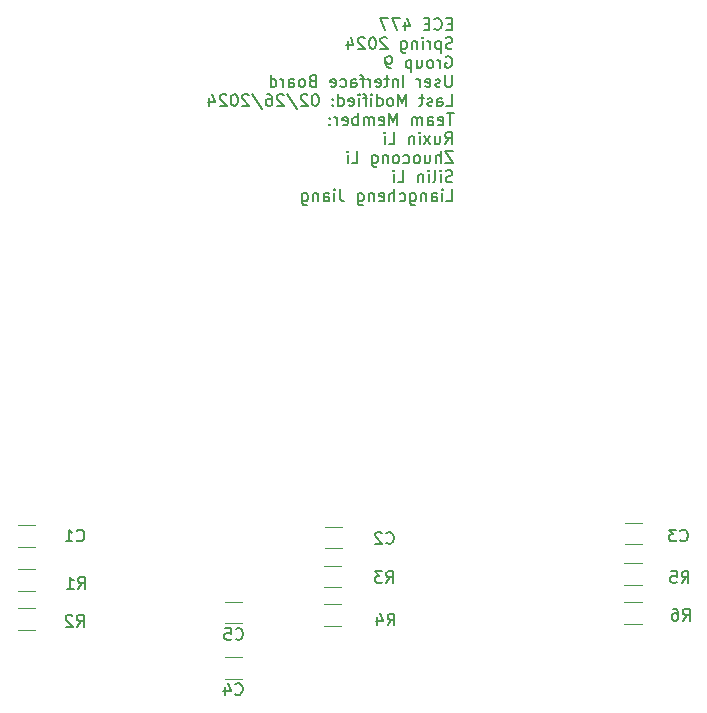
<source format=gbr>
%TF.GenerationSoftware,KiCad,Pcbnew,7.0.10*%
%TF.CreationDate,2024-03-07T18:04:43-07:00*%
%TF.ProjectId,User_Interface,55736572-5f49-46e7-9465-72666163652e,rev?*%
%TF.SameCoordinates,Original*%
%TF.FileFunction,Legend,Bot*%
%TF.FilePolarity,Positive*%
%FSLAX46Y46*%
G04 Gerber Fmt 4.6, Leading zero omitted, Abs format (unit mm)*
G04 Created by KiCad (PCBNEW 7.0.10) date 2024-03-07 18:04:43*
%MOMM*%
%LPD*%
G01*
G04 APERTURE LIST*
%ADD10C,0.150000*%
%ADD11C,0.120000*%
G04 APERTURE END LIST*
D10*
X156363220Y-84756009D02*
X156029887Y-84756009D01*
X155887030Y-85279819D02*
X156363220Y-85279819D01*
X156363220Y-85279819D02*
X156363220Y-84279819D01*
X156363220Y-84279819D02*
X155887030Y-84279819D01*
X154887030Y-85184580D02*
X154934649Y-85232200D01*
X154934649Y-85232200D02*
X155077506Y-85279819D01*
X155077506Y-85279819D02*
X155172744Y-85279819D01*
X155172744Y-85279819D02*
X155315601Y-85232200D01*
X155315601Y-85232200D02*
X155410839Y-85136961D01*
X155410839Y-85136961D02*
X155458458Y-85041723D01*
X155458458Y-85041723D02*
X155506077Y-84851247D01*
X155506077Y-84851247D02*
X155506077Y-84708390D01*
X155506077Y-84708390D02*
X155458458Y-84517914D01*
X155458458Y-84517914D02*
X155410839Y-84422676D01*
X155410839Y-84422676D02*
X155315601Y-84327438D01*
X155315601Y-84327438D02*
X155172744Y-84279819D01*
X155172744Y-84279819D02*
X155077506Y-84279819D01*
X155077506Y-84279819D02*
X154934649Y-84327438D01*
X154934649Y-84327438D02*
X154887030Y-84375057D01*
X154458458Y-84756009D02*
X154125125Y-84756009D01*
X153982268Y-85279819D02*
X154458458Y-85279819D01*
X154458458Y-85279819D02*
X154458458Y-84279819D01*
X154458458Y-84279819D02*
X153982268Y-84279819D01*
X152363220Y-84613152D02*
X152363220Y-85279819D01*
X152601315Y-84232200D02*
X152839410Y-84946485D01*
X152839410Y-84946485D02*
X152220363Y-84946485D01*
X151934648Y-84279819D02*
X151267982Y-84279819D01*
X151267982Y-84279819D02*
X151696553Y-85279819D01*
X150982267Y-84279819D02*
X150315601Y-84279819D01*
X150315601Y-84279819D02*
X150744172Y-85279819D01*
X156410839Y-86842200D02*
X156267982Y-86889819D01*
X156267982Y-86889819D02*
X156029887Y-86889819D01*
X156029887Y-86889819D02*
X155934649Y-86842200D01*
X155934649Y-86842200D02*
X155887030Y-86794580D01*
X155887030Y-86794580D02*
X155839411Y-86699342D01*
X155839411Y-86699342D02*
X155839411Y-86604104D01*
X155839411Y-86604104D02*
X155887030Y-86508866D01*
X155887030Y-86508866D02*
X155934649Y-86461247D01*
X155934649Y-86461247D02*
X156029887Y-86413628D01*
X156029887Y-86413628D02*
X156220363Y-86366009D01*
X156220363Y-86366009D02*
X156315601Y-86318390D01*
X156315601Y-86318390D02*
X156363220Y-86270771D01*
X156363220Y-86270771D02*
X156410839Y-86175533D01*
X156410839Y-86175533D02*
X156410839Y-86080295D01*
X156410839Y-86080295D02*
X156363220Y-85985057D01*
X156363220Y-85985057D02*
X156315601Y-85937438D01*
X156315601Y-85937438D02*
X156220363Y-85889819D01*
X156220363Y-85889819D02*
X155982268Y-85889819D01*
X155982268Y-85889819D02*
X155839411Y-85937438D01*
X155410839Y-86223152D02*
X155410839Y-87223152D01*
X155410839Y-86270771D02*
X155315601Y-86223152D01*
X155315601Y-86223152D02*
X155125125Y-86223152D01*
X155125125Y-86223152D02*
X155029887Y-86270771D01*
X155029887Y-86270771D02*
X154982268Y-86318390D01*
X154982268Y-86318390D02*
X154934649Y-86413628D01*
X154934649Y-86413628D02*
X154934649Y-86699342D01*
X154934649Y-86699342D02*
X154982268Y-86794580D01*
X154982268Y-86794580D02*
X155029887Y-86842200D01*
X155029887Y-86842200D02*
X155125125Y-86889819D01*
X155125125Y-86889819D02*
X155315601Y-86889819D01*
X155315601Y-86889819D02*
X155410839Y-86842200D01*
X154506077Y-86889819D02*
X154506077Y-86223152D01*
X154506077Y-86413628D02*
X154458458Y-86318390D01*
X154458458Y-86318390D02*
X154410839Y-86270771D01*
X154410839Y-86270771D02*
X154315601Y-86223152D01*
X154315601Y-86223152D02*
X154220363Y-86223152D01*
X153887029Y-86889819D02*
X153887029Y-86223152D01*
X153887029Y-85889819D02*
X153934648Y-85937438D01*
X153934648Y-85937438D02*
X153887029Y-85985057D01*
X153887029Y-85985057D02*
X153839410Y-85937438D01*
X153839410Y-85937438D02*
X153887029Y-85889819D01*
X153887029Y-85889819D02*
X153887029Y-85985057D01*
X153410839Y-86223152D02*
X153410839Y-86889819D01*
X153410839Y-86318390D02*
X153363220Y-86270771D01*
X153363220Y-86270771D02*
X153267982Y-86223152D01*
X153267982Y-86223152D02*
X153125125Y-86223152D01*
X153125125Y-86223152D02*
X153029887Y-86270771D01*
X153029887Y-86270771D02*
X152982268Y-86366009D01*
X152982268Y-86366009D02*
X152982268Y-86889819D01*
X152077506Y-86223152D02*
X152077506Y-87032676D01*
X152077506Y-87032676D02*
X152125125Y-87127914D01*
X152125125Y-87127914D02*
X152172744Y-87175533D01*
X152172744Y-87175533D02*
X152267982Y-87223152D01*
X152267982Y-87223152D02*
X152410839Y-87223152D01*
X152410839Y-87223152D02*
X152506077Y-87175533D01*
X152077506Y-86842200D02*
X152172744Y-86889819D01*
X152172744Y-86889819D02*
X152363220Y-86889819D01*
X152363220Y-86889819D02*
X152458458Y-86842200D01*
X152458458Y-86842200D02*
X152506077Y-86794580D01*
X152506077Y-86794580D02*
X152553696Y-86699342D01*
X152553696Y-86699342D02*
X152553696Y-86413628D01*
X152553696Y-86413628D02*
X152506077Y-86318390D01*
X152506077Y-86318390D02*
X152458458Y-86270771D01*
X152458458Y-86270771D02*
X152363220Y-86223152D01*
X152363220Y-86223152D02*
X152172744Y-86223152D01*
X152172744Y-86223152D02*
X152077506Y-86270771D01*
X150887029Y-85985057D02*
X150839410Y-85937438D01*
X150839410Y-85937438D02*
X150744172Y-85889819D01*
X150744172Y-85889819D02*
X150506077Y-85889819D01*
X150506077Y-85889819D02*
X150410839Y-85937438D01*
X150410839Y-85937438D02*
X150363220Y-85985057D01*
X150363220Y-85985057D02*
X150315601Y-86080295D01*
X150315601Y-86080295D02*
X150315601Y-86175533D01*
X150315601Y-86175533D02*
X150363220Y-86318390D01*
X150363220Y-86318390D02*
X150934648Y-86889819D01*
X150934648Y-86889819D02*
X150315601Y-86889819D01*
X149696553Y-85889819D02*
X149601315Y-85889819D01*
X149601315Y-85889819D02*
X149506077Y-85937438D01*
X149506077Y-85937438D02*
X149458458Y-85985057D01*
X149458458Y-85985057D02*
X149410839Y-86080295D01*
X149410839Y-86080295D02*
X149363220Y-86270771D01*
X149363220Y-86270771D02*
X149363220Y-86508866D01*
X149363220Y-86508866D02*
X149410839Y-86699342D01*
X149410839Y-86699342D02*
X149458458Y-86794580D01*
X149458458Y-86794580D02*
X149506077Y-86842200D01*
X149506077Y-86842200D02*
X149601315Y-86889819D01*
X149601315Y-86889819D02*
X149696553Y-86889819D01*
X149696553Y-86889819D02*
X149791791Y-86842200D01*
X149791791Y-86842200D02*
X149839410Y-86794580D01*
X149839410Y-86794580D02*
X149887029Y-86699342D01*
X149887029Y-86699342D02*
X149934648Y-86508866D01*
X149934648Y-86508866D02*
X149934648Y-86270771D01*
X149934648Y-86270771D02*
X149887029Y-86080295D01*
X149887029Y-86080295D02*
X149839410Y-85985057D01*
X149839410Y-85985057D02*
X149791791Y-85937438D01*
X149791791Y-85937438D02*
X149696553Y-85889819D01*
X148982267Y-85985057D02*
X148934648Y-85937438D01*
X148934648Y-85937438D02*
X148839410Y-85889819D01*
X148839410Y-85889819D02*
X148601315Y-85889819D01*
X148601315Y-85889819D02*
X148506077Y-85937438D01*
X148506077Y-85937438D02*
X148458458Y-85985057D01*
X148458458Y-85985057D02*
X148410839Y-86080295D01*
X148410839Y-86080295D02*
X148410839Y-86175533D01*
X148410839Y-86175533D02*
X148458458Y-86318390D01*
X148458458Y-86318390D02*
X149029886Y-86889819D01*
X149029886Y-86889819D02*
X148410839Y-86889819D01*
X147553696Y-86223152D02*
X147553696Y-86889819D01*
X147791791Y-85842200D02*
X148029886Y-86556485D01*
X148029886Y-86556485D02*
X147410839Y-86556485D01*
X155839411Y-87547438D02*
X155934649Y-87499819D01*
X155934649Y-87499819D02*
X156077506Y-87499819D01*
X156077506Y-87499819D02*
X156220363Y-87547438D01*
X156220363Y-87547438D02*
X156315601Y-87642676D01*
X156315601Y-87642676D02*
X156363220Y-87737914D01*
X156363220Y-87737914D02*
X156410839Y-87928390D01*
X156410839Y-87928390D02*
X156410839Y-88071247D01*
X156410839Y-88071247D02*
X156363220Y-88261723D01*
X156363220Y-88261723D02*
X156315601Y-88356961D01*
X156315601Y-88356961D02*
X156220363Y-88452200D01*
X156220363Y-88452200D02*
X156077506Y-88499819D01*
X156077506Y-88499819D02*
X155982268Y-88499819D01*
X155982268Y-88499819D02*
X155839411Y-88452200D01*
X155839411Y-88452200D02*
X155791792Y-88404580D01*
X155791792Y-88404580D02*
X155791792Y-88071247D01*
X155791792Y-88071247D02*
X155982268Y-88071247D01*
X155363220Y-88499819D02*
X155363220Y-87833152D01*
X155363220Y-88023628D02*
X155315601Y-87928390D01*
X155315601Y-87928390D02*
X155267982Y-87880771D01*
X155267982Y-87880771D02*
X155172744Y-87833152D01*
X155172744Y-87833152D02*
X155077506Y-87833152D01*
X154601315Y-88499819D02*
X154696553Y-88452200D01*
X154696553Y-88452200D02*
X154744172Y-88404580D01*
X154744172Y-88404580D02*
X154791791Y-88309342D01*
X154791791Y-88309342D02*
X154791791Y-88023628D01*
X154791791Y-88023628D02*
X154744172Y-87928390D01*
X154744172Y-87928390D02*
X154696553Y-87880771D01*
X154696553Y-87880771D02*
X154601315Y-87833152D01*
X154601315Y-87833152D02*
X154458458Y-87833152D01*
X154458458Y-87833152D02*
X154363220Y-87880771D01*
X154363220Y-87880771D02*
X154315601Y-87928390D01*
X154315601Y-87928390D02*
X154267982Y-88023628D01*
X154267982Y-88023628D02*
X154267982Y-88309342D01*
X154267982Y-88309342D02*
X154315601Y-88404580D01*
X154315601Y-88404580D02*
X154363220Y-88452200D01*
X154363220Y-88452200D02*
X154458458Y-88499819D01*
X154458458Y-88499819D02*
X154601315Y-88499819D01*
X153410839Y-87833152D02*
X153410839Y-88499819D01*
X153839410Y-87833152D02*
X153839410Y-88356961D01*
X153839410Y-88356961D02*
X153791791Y-88452200D01*
X153791791Y-88452200D02*
X153696553Y-88499819D01*
X153696553Y-88499819D02*
X153553696Y-88499819D01*
X153553696Y-88499819D02*
X153458458Y-88452200D01*
X153458458Y-88452200D02*
X153410839Y-88404580D01*
X152934648Y-87833152D02*
X152934648Y-88833152D01*
X152934648Y-87880771D02*
X152839410Y-87833152D01*
X152839410Y-87833152D02*
X152648934Y-87833152D01*
X152648934Y-87833152D02*
X152553696Y-87880771D01*
X152553696Y-87880771D02*
X152506077Y-87928390D01*
X152506077Y-87928390D02*
X152458458Y-88023628D01*
X152458458Y-88023628D02*
X152458458Y-88309342D01*
X152458458Y-88309342D02*
X152506077Y-88404580D01*
X152506077Y-88404580D02*
X152553696Y-88452200D01*
X152553696Y-88452200D02*
X152648934Y-88499819D01*
X152648934Y-88499819D02*
X152839410Y-88499819D01*
X152839410Y-88499819D02*
X152934648Y-88452200D01*
X151220362Y-88499819D02*
X151029886Y-88499819D01*
X151029886Y-88499819D02*
X150934648Y-88452200D01*
X150934648Y-88452200D02*
X150887029Y-88404580D01*
X150887029Y-88404580D02*
X150791791Y-88261723D01*
X150791791Y-88261723D02*
X150744172Y-88071247D01*
X150744172Y-88071247D02*
X150744172Y-87690295D01*
X150744172Y-87690295D02*
X150791791Y-87595057D01*
X150791791Y-87595057D02*
X150839410Y-87547438D01*
X150839410Y-87547438D02*
X150934648Y-87499819D01*
X150934648Y-87499819D02*
X151125124Y-87499819D01*
X151125124Y-87499819D02*
X151220362Y-87547438D01*
X151220362Y-87547438D02*
X151267981Y-87595057D01*
X151267981Y-87595057D02*
X151315600Y-87690295D01*
X151315600Y-87690295D02*
X151315600Y-87928390D01*
X151315600Y-87928390D02*
X151267981Y-88023628D01*
X151267981Y-88023628D02*
X151220362Y-88071247D01*
X151220362Y-88071247D02*
X151125124Y-88118866D01*
X151125124Y-88118866D02*
X150934648Y-88118866D01*
X150934648Y-88118866D02*
X150839410Y-88071247D01*
X150839410Y-88071247D02*
X150791791Y-88023628D01*
X150791791Y-88023628D02*
X150744172Y-87928390D01*
X156363220Y-89109819D02*
X156363220Y-89919342D01*
X156363220Y-89919342D02*
X156315601Y-90014580D01*
X156315601Y-90014580D02*
X156267982Y-90062200D01*
X156267982Y-90062200D02*
X156172744Y-90109819D01*
X156172744Y-90109819D02*
X155982268Y-90109819D01*
X155982268Y-90109819D02*
X155887030Y-90062200D01*
X155887030Y-90062200D02*
X155839411Y-90014580D01*
X155839411Y-90014580D02*
X155791792Y-89919342D01*
X155791792Y-89919342D02*
X155791792Y-89109819D01*
X155363220Y-90062200D02*
X155267982Y-90109819D01*
X155267982Y-90109819D02*
X155077506Y-90109819D01*
X155077506Y-90109819D02*
X154982268Y-90062200D01*
X154982268Y-90062200D02*
X154934649Y-89966961D01*
X154934649Y-89966961D02*
X154934649Y-89919342D01*
X154934649Y-89919342D02*
X154982268Y-89824104D01*
X154982268Y-89824104D02*
X155077506Y-89776485D01*
X155077506Y-89776485D02*
X155220363Y-89776485D01*
X155220363Y-89776485D02*
X155315601Y-89728866D01*
X155315601Y-89728866D02*
X155363220Y-89633628D01*
X155363220Y-89633628D02*
X155363220Y-89586009D01*
X155363220Y-89586009D02*
X155315601Y-89490771D01*
X155315601Y-89490771D02*
X155220363Y-89443152D01*
X155220363Y-89443152D02*
X155077506Y-89443152D01*
X155077506Y-89443152D02*
X154982268Y-89490771D01*
X154125125Y-90062200D02*
X154220363Y-90109819D01*
X154220363Y-90109819D02*
X154410839Y-90109819D01*
X154410839Y-90109819D02*
X154506077Y-90062200D01*
X154506077Y-90062200D02*
X154553696Y-89966961D01*
X154553696Y-89966961D02*
X154553696Y-89586009D01*
X154553696Y-89586009D02*
X154506077Y-89490771D01*
X154506077Y-89490771D02*
X154410839Y-89443152D01*
X154410839Y-89443152D02*
X154220363Y-89443152D01*
X154220363Y-89443152D02*
X154125125Y-89490771D01*
X154125125Y-89490771D02*
X154077506Y-89586009D01*
X154077506Y-89586009D02*
X154077506Y-89681247D01*
X154077506Y-89681247D02*
X154553696Y-89776485D01*
X153648934Y-90109819D02*
X153648934Y-89443152D01*
X153648934Y-89633628D02*
X153601315Y-89538390D01*
X153601315Y-89538390D02*
X153553696Y-89490771D01*
X153553696Y-89490771D02*
X153458458Y-89443152D01*
X153458458Y-89443152D02*
X153363220Y-89443152D01*
X152267981Y-90109819D02*
X152267981Y-89109819D01*
X151791791Y-89443152D02*
X151791791Y-90109819D01*
X151791791Y-89538390D02*
X151744172Y-89490771D01*
X151744172Y-89490771D02*
X151648934Y-89443152D01*
X151648934Y-89443152D02*
X151506077Y-89443152D01*
X151506077Y-89443152D02*
X151410839Y-89490771D01*
X151410839Y-89490771D02*
X151363220Y-89586009D01*
X151363220Y-89586009D02*
X151363220Y-90109819D01*
X151029886Y-89443152D02*
X150648934Y-89443152D01*
X150887029Y-89109819D02*
X150887029Y-89966961D01*
X150887029Y-89966961D02*
X150839410Y-90062200D01*
X150839410Y-90062200D02*
X150744172Y-90109819D01*
X150744172Y-90109819D02*
X150648934Y-90109819D01*
X149934648Y-90062200D02*
X150029886Y-90109819D01*
X150029886Y-90109819D02*
X150220362Y-90109819D01*
X150220362Y-90109819D02*
X150315600Y-90062200D01*
X150315600Y-90062200D02*
X150363219Y-89966961D01*
X150363219Y-89966961D02*
X150363219Y-89586009D01*
X150363219Y-89586009D02*
X150315600Y-89490771D01*
X150315600Y-89490771D02*
X150220362Y-89443152D01*
X150220362Y-89443152D02*
X150029886Y-89443152D01*
X150029886Y-89443152D02*
X149934648Y-89490771D01*
X149934648Y-89490771D02*
X149887029Y-89586009D01*
X149887029Y-89586009D02*
X149887029Y-89681247D01*
X149887029Y-89681247D02*
X150363219Y-89776485D01*
X149458457Y-90109819D02*
X149458457Y-89443152D01*
X149458457Y-89633628D02*
X149410838Y-89538390D01*
X149410838Y-89538390D02*
X149363219Y-89490771D01*
X149363219Y-89490771D02*
X149267981Y-89443152D01*
X149267981Y-89443152D02*
X149172743Y-89443152D01*
X148982266Y-89443152D02*
X148601314Y-89443152D01*
X148839409Y-90109819D02*
X148839409Y-89252676D01*
X148839409Y-89252676D02*
X148791790Y-89157438D01*
X148791790Y-89157438D02*
X148696552Y-89109819D01*
X148696552Y-89109819D02*
X148601314Y-89109819D01*
X147839409Y-90109819D02*
X147839409Y-89586009D01*
X147839409Y-89586009D02*
X147887028Y-89490771D01*
X147887028Y-89490771D02*
X147982266Y-89443152D01*
X147982266Y-89443152D02*
X148172742Y-89443152D01*
X148172742Y-89443152D02*
X148267980Y-89490771D01*
X147839409Y-90062200D02*
X147934647Y-90109819D01*
X147934647Y-90109819D02*
X148172742Y-90109819D01*
X148172742Y-90109819D02*
X148267980Y-90062200D01*
X148267980Y-90062200D02*
X148315599Y-89966961D01*
X148315599Y-89966961D02*
X148315599Y-89871723D01*
X148315599Y-89871723D02*
X148267980Y-89776485D01*
X148267980Y-89776485D02*
X148172742Y-89728866D01*
X148172742Y-89728866D02*
X147934647Y-89728866D01*
X147934647Y-89728866D02*
X147839409Y-89681247D01*
X146934647Y-90062200D02*
X147029885Y-90109819D01*
X147029885Y-90109819D02*
X147220361Y-90109819D01*
X147220361Y-90109819D02*
X147315599Y-90062200D01*
X147315599Y-90062200D02*
X147363218Y-90014580D01*
X147363218Y-90014580D02*
X147410837Y-89919342D01*
X147410837Y-89919342D02*
X147410837Y-89633628D01*
X147410837Y-89633628D02*
X147363218Y-89538390D01*
X147363218Y-89538390D02*
X147315599Y-89490771D01*
X147315599Y-89490771D02*
X147220361Y-89443152D01*
X147220361Y-89443152D02*
X147029885Y-89443152D01*
X147029885Y-89443152D02*
X146934647Y-89490771D01*
X146125123Y-90062200D02*
X146220361Y-90109819D01*
X146220361Y-90109819D02*
X146410837Y-90109819D01*
X146410837Y-90109819D02*
X146506075Y-90062200D01*
X146506075Y-90062200D02*
X146553694Y-89966961D01*
X146553694Y-89966961D02*
X146553694Y-89586009D01*
X146553694Y-89586009D02*
X146506075Y-89490771D01*
X146506075Y-89490771D02*
X146410837Y-89443152D01*
X146410837Y-89443152D02*
X146220361Y-89443152D01*
X146220361Y-89443152D02*
X146125123Y-89490771D01*
X146125123Y-89490771D02*
X146077504Y-89586009D01*
X146077504Y-89586009D02*
X146077504Y-89681247D01*
X146077504Y-89681247D02*
X146553694Y-89776485D01*
X144553694Y-89586009D02*
X144410837Y-89633628D01*
X144410837Y-89633628D02*
X144363218Y-89681247D01*
X144363218Y-89681247D02*
X144315599Y-89776485D01*
X144315599Y-89776485D02*
X144315599Y-89919342D01*
X144315599Y-89919342D02*
X144363218Y-90014580D01*
X144363218Y-90014580D02*
X144410837Y-90062200D01*
X144410837Y-90062200D02*
X144506075Y-90109819D01*
X144506075Y-90109819D02*
X144887027Y-90109819D01*
X144887027Y-90109819D02*
X144887027Y-89109819D01*
X144887027Y-89109819D02*
X144553694Y-89109819D01*
X144553694Y-89109819D02*
X144458456Y-89157438D01*
X144458456Y-89157438D02*
X144410837Y-89205057D01*
X144410837Y-89205057D02*
X144363218Y-89300295D01*
X144363218Y-89300295D02*
X144363218Y-89395533D01*
X144363218Y-89395533D02*
X144410837Y-89490771D01*
X144410837Y-89490771D02*
X144458456Y-89538390D01*
X144458456Y-89538390D02*
X144553694Y-89586009D01*
X144553694Y-89586009D02*
X144887027Y-89586009D01*
X143744170Y-90109819D02*
X143839408Y-90062200D01*
X143839408Y-90062200D02*
X143887027Y-90014580D01*
X143887027Y-90014580D02*
X143934646Y-89919342D01*
X143934646Y-89919342D02*
X143934646Y-89633628D01*
X143934646Y-89633628D02*
X143887027Y-89538390D01*
X143887027Y-89538390D02*
X143839408Y-89490771D01*
X143839408Y-89490771D02*
X143744170Y-89443152D01*
X143744170Y-89443152D02*
X143601313Y-89443152D01*
X143601313Y-89443152D02*
X143506075Y-89490771D01*
X143506075Y-89490771D02*
X143458456Y-89538390D01*
X143458456Y-89538390D02*
X143410837Y-89633628D01*
X143410837Y-89633628D02*
X143410837Y-89919342D01*
X143410837Y-89919342D02*
X143458456Y-90014580D01*
X143458456Y-90014580D02*
X143506075Y-90062200D01*
X143506075Y-90062200D02*
X143601313Y-90109819D01*
X143601313Y-90109819D02*
X143744170Y-90109819D01*
X142553694Y-90109819D02*
X142553694Y-89586009D01*
X142553694Y-89586009D02*
X142601313Y-89490771D01*
X142601313Y-89490771D02*
X142696551Y-89443152D01*
X142696551Y-89443152D02*
X142887027Y-89443152D01*
X142887027Y-89443152D02*
X142982265Y-89490771D01*
X142553694Y-90062200D02*
X142648932Y-90109819D01*
X142648932Y-90109819D02*
X142887027Y-90109819D01*
X142887027Y-90109819D02*
X142982265Y-90062200D01*
X142982265Y-90062200D02*
X143029884Y-89966961D01*
X143029884Y-89966961D02*
X143029884Y-89871723D01*
X143029884Y-89871723D02*
X142982265Y-89776485D01*
X142982265Y-89776485D02*
X142887027Y-89728866D01*
X142887027Y-89728866D02*
X142648932Y-89728866D01*
X142648932Y-89728866D02*
X142553694Y-89681247D01*
X142077503Y-90109819D02*
X142077503Y-89443152D01*
X142077503Y-89633628D02*
X142029884Y-89538390D01*
X142029884Y-89538390D02*
X141982265Y-89490771D01*
X141982265Y-89490771D02*
X141887027Y-89443152D01*
X141887027Y-89443152D02*
X141791789Y-89443152D01*
X141029884Y-90109819D02*
X141029884Y-89109819D01*
X141029884Y-90062200D02*
X141125122Y-90109819D01*
X141125122Y-90109819D02*
X141315598Y-90109819D01*
X141315598Y-90109819D02*
X141410836Y-90062200D01*
X141410836Y-90062200D02*
X141458455Y-90014580D01*
X141458455Y-90014580D02*
X141506074Y-89919342D01*
X141506074Y-89919342D02*
X141506074Y-89633628D01*
X141506074Y-89633628D02*
X141458455Y-89538390D01*
X141458455Y-89538390D02*
X141410836Y-89490771D01*
X141410836Y-89490771D02*
X141315598Y-89443152D01*
X141315598Y-89443152D02*
X141125122Y-89443152D01*
X141125122Y-89443152D02*
X141029884Y-89490771D01*
X155887030Y-91719819D02*
X156363220Y-91719819D01*
X156363220Y-91719819D02*
X156363220Y-90719819D01*
X155125125Y-91719819D02*
X155125125Y-91196009D01*
X155125125Y-91196009D02*
X155172744Y-91100771D01*
X155172744Y-91100771D02*
X155267982Y-91053152D01*
X155267982Y-91053152D02*
X155458458Y-91053152D01*
X155458458Y-91053152D02*
X155553696Y-91100771D01*
X155125125Y-91672200D02*
X155220363Y-91719819D01*
X155220363Y-91719819D02*
X155458458Y-91719819D01*
X155458458Y-91719819D02*
X155553696Y-91672200D01*
X155553696Y-91672200D02*
X155601315Y-91576961D01*
X155601315Y-91576961D02*
X155601315Y-91481723D01*
X155601315Y-91481723D02*
X155553696Y-91386485D01*
X155553696Y-91386485D02*
X155458458Y-91338866D01*
X155458458Y-91338866D02*
X155220363Y-91338866D01*
X155220363Y-91338866D02*
X155125125Y-91291247D01*
X154696553Y-91672200D02*
X154601315Y-91719819D01*
X154601315Y-91719819D02*
X154410839Y-91719819D01*
X154410839Y-91719819D02*
X154315601Y-91672200D01*
X154315601Y-91672200D02*
X154267982Y-91576961D01*
X154267982Y-91576961D02*
X154267982Y-91529342D01*
X154267982Y-91529342D02*
X154315601Y-91434104D01*
X154315601Y-91434104D02*
X154410839Y-91386485D01*
X154410839Y-91386485D02*
X154553696Y-91386485D01*
X154553696Y-91386485D02*
X154648934Y-91338866D01*
X154648934Y-91338866D02*
X154696553Y-91243628D01*
X154696553Y-91243628D02*
X154696553Y-91196009D01*
X154696553Y-91196009D02*
X154648934Y-91100771D01*
X154648934Y-91100771D02*
X154553696Y-91053152D01*
X154553696Y-91053152D02*
X154410839Y-91053152D01*
X154410839Y-91053152D02*
X154315601Y-91100771D01*
X153982267Y-91053152D02*
X153601315Y-91053152D01*
X153839410Y-90719819D02*
X153839410Y-91576961D01*
X153839410Y-91576961D02*
X153791791Y-91672200D01*
X153791791Y-91672200D02*
X153696553Y-91719819D01*
X153696553Y-91719819D02*
X153601315Y-91719819D01*
X152506076Y-91719819D02*
X152506076Y-90719819D01*
X152506076Y-90719819D02*
X152172743Y-91434104D01*
X152172743Y-91434104D02*
X151839410Y-90719819D01*
X151839410Y-90719819D02*
X151839410Y-91719819D01*
X151220362Y-91719819D02*
X151315600Y-91672200D01*
X151315600Y-91672200D02*
X151363219Y-91624580D01*
X151363219Y-91624580D02*
X151410838Y-91529342D01*
X151410838Y-91529342D02*
X151410838Y-91243628D01*
X151410838Y-91243628D02*
X151363219Y-91148390D01*
X151363219Y-91148390D02*
X151315600Y-91100771D01*
X151315600Y-91100771D02*
X151220362Y-91053152D01*
X151220362Y-91053152D02*
X151077505Y-91053152D01*
X151077505Y-91053152D02*
X150982267Y-91100771D01*
X150982267Y-91100771D02*
X150934648Y-91148390D01*
X150934648Y-91148390D02*
X150887029Y-91243628D01*
X150887029Y-91243628D02*
X150887029Y-91529342D01*
X150887029Y-91529342D02*
X150934648Y-91624580D01*
X150934648Y-91624580D02*
X150982267Y-91672200D01*
X150982267Y-91672200D02*
X151077505Y-91719819D01*
X151077505Y-91719819D02*
X151220362Y-91719819D01*
X150029886Y-91719819D02*
X150029886Y-90719819D01*
X150029886Y-91672200D02*
X150125124Y-91719819D01*
X150125124Y-91719819D02*
X150315600Y-91719819D01*
X150315600Y-91719819D02*
X150410838Y-91672200D01*
X150410838Y-91672200D02*
X150458457Y-91624580D01*
X150458457Y-91624580D02*
X150506076Y-91529342D01*
X150506076Y-91529342D02*
X150506076Y-91243628D01*
X150506076Y-91243628D02*
X150458457Y-91148390D01*
X150458457Y-91148390D02*
X150410838Y-91100771D01*
X150410838Y-91100771D02*
X150315600Y-91053152D01*
X150315600Y-91053152D02*
X150125124Y-91053152D01*
X150125124Y-91053152D02*
X150029886Y-91100771D01*
X149553695Y-91719819D02*
X149553695Y-91053152D01*
X149553695Y-90719819D02*
X149601314Y-90767438D01*
X149601314Y-90767438D02*
X149553695Y-90815057D01*
X149553695Y-90815057D02*
X149506076Y-90767438D01*
X149506076Y-90767438D02*
X149553695Y-90719819D01*
X149553695Y-90719819D02*
X149553695Y-90815057D01*
X149220362Y-91053152D02*
X148839410Y-91053152D01*
X149077505Y-91719819D02*
X149077505Y-90862676D01*
X149077505Y-90862676D02*
X149029886Y-90767438D01*
X149029886Y-90767438D02*
X148934648Y-90719819D01*
X148934648Y-90719819D02*
X148839410Y-90719819D01*
X148506076Y-91719819D02*
X148506076Y-91053152D01*
X148506076Y-90719819D02*
X148553695Y-90767438D01*
X148553695Y-90767438D02*
X148506076Y-90815057D01*
X148506076Y-90815057D02*
X148458457Y-90767438D01*
X148458457Y-90767438D02*
X148506076Y-90719819D01*
X148506076Y-90719819D02*
X148506076Y-90815057D01*
X147648934Y-91672200D02*
X147744172Y-91719819D01*
X147744172Y-91719819D02*
X147934648Y-91719819D01*
X147934648Y-91719819D02*
X148029886Y-91672200D01*
X148029886Y-91672200D02*
X148077505Y-91576961D01*
X148077505Y-91576961D02*
X148077505Y-91196009D01*
X148077505Y-91196009D02*
X148029886Y-91100771D01*
X148029886Y-91100771D02*
X147934648Y-91053152D01*
X147934648Y-91053152D02*
X147744172Y-91053152D01*
X147744172Y-91053152D02*
X147648934Y-91100771D01*
X147648934Y-91100771D02*
X147601315Y-91196009D01*
X147601315Y-91196009D02*
X147601315Y-91291247D01*
X147601315Y-91291247D02*
X148077505Y-91386485D01*
X146744172Y-91719819D02*
X146744172Y-90719819D01*
X146744172Y-91672200D02*
X146839410Y-91719819D01*
X146839410Y-91719819D02*
X147029886Y-91719819D01*
X147029886Y-91719819D02*
X147125124Y-91672200D01*
X147125124Y-91672200D02*
X147172743Y-91624580D01*
X147172743Y-91624580D02*
X147220362Y-91529342D01*
X147220362Y-91529342D02*
X147220362Y-91243628D01*
X147220362Y-91243628D02*
X147172743Y-91148390D01*
X147172743Y-91148390D02*
X147125124Y-91100771D01*
X147125124Y-91100771D02*
X147029886Y-91053152D01*
X147029886Y-91053152D02*
X146839410Y-91053152D01*
X146839410Y-91053152D02*
X146744172Y-91100771D01*
X146267981Y-91624580D02*
X146220362Y-91672200D01*
X146220362Y-91672200D02*
X146267981Y-91719819D01*
X146267981Y-91719819D02*
X146315600Y-91672200D01*
X146315600Y-91672200D02*
X146267981Y-91624580D01*
X146267981Y-91624580D02*
X146267981Y-91719819D01*
X146267981Y-91100771D02*
X146220362Y-91148390D01*
X146220362Y-91148390D02*
X146267981Y-91196009D01*
X146267981Y-91196009D02*
X146315600Y-91148390D01*
X146315600Y-91148390D02*
X146267981Y-91100771D01*
X146267981Y-91100771D02*
X146267981Y-91196009D01*
X144839410Y-90719819D02*
X144744172Y-90719819D01*
X144744172Y-90719819D02*
X144648934Y-90767438D01*
X144648934Y-90767438D02*
X144601315Y-90815057D01*
X144601315Y-90815057D02*
X144553696Y-90910295D01*
X144553696Y-90910295D02*
X144506077Y-91100771D01*
X144506077Y-91100771D02*
X144506077Y-91338866D01*
X144506077Y-91338866D02*
X144553696Y-91529342D01*
X144553696Y-91529342D02*
X144601315Y-91624580D01*
X144601315Y-91624580D02*
X144648934Y-91672200D01*
X144648934Y-91672200D02*
X144744172Y-91719819D01*
X144744172Y-91719819D02*
X144839410Y-91719819D01*
X144839410Y-91719819D02*
X144934648Y-91672200D01*
X144934648Y-91672200D02*
X144982267Y-91624580D01*
X144982267Y-91624580D02*
X145029886Y-91529342D01*
X145029886Y-91529342D02*
X145077505Y-91338866D01*
X145077505Y-91338866D02*
X145077505Y-91100771D01*
X145077505Y-91100771D02*
X145029886Y-90910295D01*
X145029886Y-90910295D02*
X144982267Y-90815057D01*
X144982267Y-90815057D02*
X144934648Y-90767438D01*
X144934648Y-90767438D02*
X144839410Y-90719819D01*
X144125124Y-90815057D02*
X144077505Y-90767438D01*
X144077505Y-90767438D02*
X143982267Y-90719819D01*
X143982267Y-90719819D02*
X143744172Y-90719819D01*
X143744172Y-90719819D02*
X143648934Y-90767438D01*
X143648934Y-90767438D02*
X143601315Y-90815057D01*
X143601315Y-90815057D02*
X143553696Y-90910295D01*
X143553696Y-90910295D02*
X143553696Y-91005533D01*
X143553696Y-91005533D02*
X143601315Y-91148390D01*
X143601315Y-91148390D02*
X144172743Y-91719819D01*
X144172743Y-91719819D02*
X143553696Y-91719819D01*
X142410839Y-90672200D02*
X143267981Y-91957914D01*
X142125124Y-90815057D02*
X142077505Y-90767438D01*
X142077505Y-90767438D02*
X141982267Y-90719819D01*
X141982267Y-90719819D02*
X141744172Y-90719819D01*
X141744172Y-90719819D02*
X141648934Y-90767438D01*
X141648934Y-90767438D02*
X141601315Y-90815057D01*
X141601315Y-90815057D02*
X141553696Y-90910295D01*
X141553696Y-90910295D02*
X141553696Y-91005533D01*
X141553696Y-91005533D02*
X141601315Y-91148390D01*
X141601315Y-91148390D02*
X142172743Y-91719819D01*
X142172743Y-91719819D02*
X141553696Y-91719819D01*
X140696553Y-90719819D02*
X140887029Y-90719819D01*
X140887029Y-90719819D02*
X140982267Y-90767438D01*
X140982267Y-90767438D02*
X141029886Y-90815057D01*
X141029886Y-90815057D02*
X141125124Y-90957914D01*
X141125124Y-90957914D02*
X141172743Y-91148390D01*
X141172743Y-91148390D02*
X141172743Y-91529342D01*
X141172743Y-91529342D02*
X141125124Y-91624580D01*
X141125124Y-91624580D02*
X141077505Y-91672200D01*
X141077505Y-91672200D02*
X140982267Y-91719819D01*
X140982267Y-91719819D02*
X140791791Y-91719819D01*
X140791791Y-91719819D02*
X140696553Y-91672200D01*
X140696553Y-91672200D02*
X140648934Y-91624580D01*
X140648934Y-91624580D02*
X140601315Y-91529342D01*
X140601315Y-91529342D02*
X140601315Y-91291247D01*
X140601315Y-91291247D02*
X140648934Y-91196009D01*
X140648934Y-91196009D02*
X140696553Y-91148390D01*
X140696553Y-91148390D02*
X140791791Y-91100771D01*
X140791791Y-91100771D02*
X140982267Y-91100771D01*
X140982267Y-91100771D02*
X141077505Y-91148390D01*
X141077505Y-91148390D02*
X141125124Y-91196009D01*
X141125124Y-91196009D02*
X141172743Y-91291247D01*
X139458458Y-90672200D02*
X140315600Y-91957914D01*
X139172743Y-90815057D02*
X139125124Y-90767438D01*
X139125124Y-90767438D02*
X139029886Y-90719819D01*
X139029886Y-90719819D02*
X138791791Y-90719819D01*
X138791791Y-90719819D02*
X138696553Y-90767438D01*
X138696553Y-90767438D02*
X138648934Y-90815057D01*
X138648934Y-90815057D02*
X138601315Y-90910295D01*
X138601315Y-90910295D02*
X138601315Y-91005533D01*
X138601315Y-91005533D02*
X138648934Y-91148390D01*
X138648934Y-91148390D02*
X139220362Y-91719819D01*
X139220362Y-91719819D02*
X138601315Y-91719819D01*
X137982267Y-90719819D02*
X137887029Y-90719819D01*
X137887029Y-90719819D02*
X137791791Y-90767438D01*
X137791791Y-90767438D02*
X137744172Y-90815057D01*
X137744172Y-90815057D02*
X137696553Y-90910295D01*
X137696553Y-90910295D02*
X137648934Y-91100771D01*
X137648934Y-91100771D02*
X137648934Y-91338866D01*
X137648934Y-91338866D02*
X137696553Y-91529342D01*
X137696553Y-91529342D02*
X137744172Y-91624580D01*
X137744172Y-91624580D02*
X137791791Y-91672200D01*
X137791791Y-91672200D02*
X137887029Y-91719819D01*
X137887029Y-91719819D02*
X137982267Y-91719819D01*
X137982267Y-91719819D02*
X138077505Y-91672200D01*
X138077505Y-91672200D02*
X138125124Y-91624580D01*
X138125124Y-91624580D02*
X138172743Y-91529342D01*
X138172743Y-91529342D02*
X138220362Y-91338866D01*
X138220362Y-91338866D02*
X138220362Y-91100771D01*
X138220362Y-91100771D02*
X138172743Y-90910295D01*
X138172743Y-90910295D02*
X138125124Y-90815057D01*
X138125124Y-90815057D02*
X138077505Y-90767438D01*
X138077505Y-90767438D02*
X137982267Y-90719819D01*
X137267981Y-90815057D02*
X137220362Y-90767438D01*
X137220362Y-90767438D02*
X137125124Y-90719819D01*
X137125124Y-90719819D02*
X136887029Y-90719819D01*
X136887029Y-90719819D02*
X136791791Y-90767438D01*
X136791791Y-90767438D02*
X136744172Y-90815057D01*
X136744172Y-90815057D02*
X136696553Y-90910295D01*
X136696553Y-90910295D02*
X136696553Y-91005533D01*
X136696553Y-91005533D02*
X136744172Y-91148390D01*
X136744172Y-91148390D02*
X137315600Y-91719819D01*
X137315600Y-91719819D02*
X136696553Y-91719819D01*
X135839410Y-91053152D02*
X135839410Y-91719819D01*
X136077505Y-90672200D02*
X136315600Y-91386485D01*
X136315600Y-91386485D02*
X135696553Y-91386485D01*
X156506077Y-92329819D02*
X155934649Y-92329819D01*
X156220363Y-93329819D02*
X156220363Y-92329819D01*
X155220363Y-93282200D02*
X155315601Y-93329819D01*
X155315601Y-93329819D02*
X155506077Y-93329819D01*
X155506077Y-93329819D02*
X155601315Y-93282200D01*
X155601315Y-93282200D02*
X155648934Y-93186961D01*
X155648934Y-93186961D02*
X155648934Y-92806009D01*
X155648934Y-92806009D02*
X155601315Y-92710771D01*
X155601315Y-92710771D02*
X155506077Y-92663152D01*
X155506077Y-92663152D02*
X155315601Y-92663152D01*
X155315601Y-92663152D02*
X155220363Y-92710771D01*
X155220363Y-92710771D02*
X155172744Y-92806009D01*
X155172744Y-92806009D02*
X155172744Y-92901247D01*
X155172744Y-92901247D02*
X155648934Y-92996485D01*
X154315601Y-93329819D02*
X154315601Y-92806009D01*
X154315601Y-92806009D02*
X154363220Y-92710771D01*
X154363220Y-92710771D02*
X154458458Y-92663152D01*
X154458458Y-92663152D02*
X154648934Y-92663152D01*
X154648934Y-92663152D02*
X154744172Y-92710771D01*
X154315601Y-93282200D02*
X154410839Y-93329819D01*
X154410839Y-93329819D02*
X154648934Y-93329819D01*
X154648934Y-93329819D02*
X154744172Y-93282200D01*
X154744172Y-93282200D02*
X154791791Y-93186961D01*
X154791791Y-93186961D02*
X154791791Y-93091723D01*
X154791791Y-93091723D02*
X154744172Y-92996485D01*
X154744172Y-92996485D02*
X154648934Y-92948866D01*
X154648934Y-92948866D02*
X154410839Y-92948866D01*
X154410839Y-92948866D02*
X154315601Y-92901247D01*
X153839410Y-93329819D02*
X153839410Y-92663152D01*
X153839410Y-92758390D02*
X153791791Y-92710771D01*
X153791791Y-92710771D02*
X153696553Y-92663152D01*
X153696553Y-92663152D02*
X153553696Y-92663152D01*
X153553696Y-92663152D02*
X153458458Y-92710771D01*
X153458458Y-92710771D02*
X153410839Y-92806009D01*
X153410839Y-92806009D02*
X153410839Y-93329819D01*
X153410839Y-92806009D02*
X153363220Y-92710771D01*
X153363220Y-92710771D02*
X153267982Y-92663152D01*
X153267982Y-92663152D02*
X153125125Y-92663152D01*
X153125125Y-92663152D02*
X153029886Y-92710771D01*
X153029886Y-92710771D02*
X152982267Y-92806009D01*
X152982267Y-92806009D02*
X152982267Y-93329819D01*
X151744172Y-93329819D02*
X151744172Y-92329819D01*
X151744172Y-92329819D02*
X151410839Y-93044104D01*
X151410839Y-93044104D02*
X151077506Y-92329819D01*
X151077506Y-92329819D02*
X151077506Y-93329819D01*
X150220363Y-93282200D02*
X150315601Y-93329819D01*
X150315601Y-93329819D02*
X150506077Y-93329819D01*
X150506077Y-93329819D02*
X150601315Y-93282200D01*
X150601315Y-93282200D02*
X150648934Y-93186961D01*
X150648934Y-93186961D02*
X150648934Y-92806009D01*
X150648934Y-92806009D02*
X150601315Y-92710771D01*
X150601315Y-92710771D02*
X150506077Y-92663152D01*
X150506077Y-92663152D02*
X150315601Y-92663152D01*
X150315601Y-92663152D02*
X150220363Y-92710771D01*
X150220363Y-92710771D02*
X150172744Y-92806009D01*
X150172744Y-92806009D02*
X150172744Y-92901247D01*
X150172744Y-92901247D02*
X150648934Y-92996485D01*
X149744172Y-93329819D02*
X149744172Y-92663152D01*
X149744172Y-92758390D02*
X149696553Y-92710771D01*
X149696553Y-92710771D02*
X149601315Y-92663152D01*
X149601315Y-92663152D02*
X149458458Y-92663152D01*
X149458458Y-92663152D02*
X149363220Y-92710771D01*
X149363220Y-92710771D02*
X149315601Y-92806009D01*
X149315601Y-92806009D02*
X149315601Y-93329819D01*
X149315601Y-92806009D02*
X149267982Y-92710771D01*
X149267982Y-92710771D02*
X149172744Y-92663152D01*
X149172744Y-92663152D02*
X149029887Y-92663152D01*
X149029887Y-92663152D02*
X148934648Y-92710771D01*
X148934648Y-92710771D02*
X148887029Y-92806009D01*
X148887029Y-92806009D02*
X148887029Y-93329819D01*
X148410839Y-93329819D02*
X148410839Y-92329819D01*
X148410839Y-92710771D02*
X148315601Y-92663152D01*
X148315601Y-92663152D02*
X148125125Y-92663152D01*
X148125125Y-92663152D02*
X148029887Y-92710771D01*
X148029887Y-92710771D02*
X147982268Y-92758390D01*
X147982268Y-92758390D02*
X147934649Y-92853628D01*
X147934649Y-92853628D02*
X147934649Y-93139342D01*
X147934649Y-93139342D02*
X147982268Y-93234580D01*
X147982268Y-93234580D02*
X148029887Y-93282200D01*
X148029887Y-93282200D02*
X148125125Y-93329819D01*
X148125125Y-93329819D02*
X148315601Y-93329819D01*
X148315601Y-93329819D02*
X148410839Y-93282200D01*
X147125125Y-93282200D02*
X147220363Y-93329819D01*
X147220363Y-93329819D02*
X147410839Y-93329819D01*
X147410839Y-93329819D02*
X147506077Y-93282200D01*
X147506077Y-93282200D02*
X147553696Y-93186961D01*
X147553696Y-93186961D02*
X147553696Y-92806009D01*
X147553696Y-92806009D02*
X147506077Y-92710771D01*
X147506077Y-92710771D02*
X147410839Y-92663152D01*
X147410839Y-92663152D02*
X147220363Y-92663152D01*
X147220363Y-92663152D02*
X147125125Y-92710771D01*
X147125125Y-92710771D02*
X147077506Y-92806009D01*
X147077506Y-92806009D02*
X147077506Y-92901247D01*
X147077506Y-92901247D02*
X147553696Y-92996485D01*
X146648934Y-93329819D02*
X146648934Y-92663152D01*
X146648934Y-92853628D02*
X146601315Y-92758390D01*
X146601315Y-92758390D02*
X146553696Y-92710771D01*
X146553696Y-92710771D02*
X146458458Y-92663152D01*
X146458458Y-92663152D02*
X146363220Y-92663152D01*
X146029886Y-93234580D02*
X145982267Y-93282200D01*
X145982267Y-93282200D02*
X146029886Y-93329819D01*
X146029886Y-93329819D02*
X146077505Y-93282200D01*
X146077505Y-93282200D02*
X146029886Y-93234580D01*
X146029886Y-93234580D02*
X146029886Y-93329819D01*
X146029886Y-92710771D02*
X145982267Y-92758390D01*
X145982267Y-92758390D02*
X146029886Y-92806009D01*
X146029886Y-92806009D02*
X146077505Y-92758390D01*
X146077505Y-92758390D02*
X146029886Y-92710771D01*
X146029886Y-92710771D02*
X146029886Y-92806009D01*
X155791792Y-94939819D02*
X156125125Y-94463628D01*
X156363220Y-94939819D02*
X156363220Y-93939819D01*
X156363220Y-93939819D02*
X155982268Y-93939819D01*
X155982268Y-93939819D02*
X155887030Y-93987438D01*
X155887030Y-93987438D02*
X155839411Y-94035057D01*
X155839411Y-94035057D02*
X155791792Y-94130295D01*
X155791792Y-94130295D02*
X155791792Y-94273152D01*
X155791792Y-94273152D02*
X155839411Y-94368390D01*
X155839411Y-94368390D02*
X155887030Y-94416009D01*
X155887030Y-94416009D02*
X155982268Y-94463628D01*
X155982268Y-94463628D02*
X156363220Y-94463628D01*
X154934649Y-94273152D02*
X154934649Y-94939819D01*
X155363220Y-94273152D02*
X155363220Y-94796961D01*
X155363220Y-94796961D02*
X155315601Y-94892200D01*
X155315601Y-94892200D02*
X155220363Y-94939819D01*
X155220363Y-94939819D02*
X155077506Y-94939819D01*
X155077506Y-94939819D02*
X154982268Y-94892200D01*
X154982268Y-94892200D02*
X154934649Y-94844580D01*
X154553696Y-94939819D02*
X154029887Y-94273152D01*
X154553696Y-94273152D02*
X154029887Y-94939819D01*
X153648934Y-94939819D02*
X153648934Y-94273152D01*
X153648934Y-93939819D02*
X153696553Y-93987438D01*
X153696553Y-93987438D02*
X153648934Y-94035057D01*
X153648934Y-94035057D02*
X153601315Y-93987438D01*
X153601315Y-93987438D02*
X153648934Y-93939819D01*
X153648934Y-93939819D02*
X153648934Y-94035057D01*
X153172744Y-94273152D02*
X153172744Y-94939819D01*
X153172744Y-94368390D02*
X153125125Y-94320771D01*
X153125125Y-94320771D02*
X153029887Y-94273152D01*
X153029887Y-94273152D02*
X152887030Y-94273152D01*
X152887030Y-94273152D02*
X152791792Y-94320771D01*
X152791792Y-94320771D02*
X152744173Y-94416009D01*
X152744173Y-94416009D02*
X152744173Y-94939819D01*
X151029887Y-94939819D02*
X151506077Y-94939819D01*
X151506077Y-94939819D02*
X151506077Y-93939819D01*
X150696553Y-94939819D02*
X150696553Y-94273152D01*
X150696553Y-93939819D02*
X150744172Y-93987438D01*
X150744172Y-93987438D02*
X150696553Y-94035057D01*
X150696553Y-94035057D02*
X150648934Y-93987438D01*
X150648934Y-93987438D02*
X150696553Y-93939819D01*
X150696553Y-93939819D02*
X150696553Y-94035057D01*
X156458458Y-95549819D02*
X155791792Y-95549819D01*
X155791792Y-95549819D02*
X156458458Y-96549819D01*
X156458458Y-96549819D02*
X155791792Y-96549819D01*
X155410839Y-96549819D02*
X155410839Y-95549819D01*
X154982268Y-96549819D02*
X154982268Y-96026009D01*
X154982268Y-96026009D02*
X155029887Y-95930771D01*
X155029887Y-95930771D02*
X155125125Y-95883152D01*
X155125125Y-95883152D02*
X155267982Y-95883152D01*
X155267982Y-95883152D02*
X155363220Y-95930771D01*
X155363220Y-95930771D02*
X155410839Y-95978390D01*
X154077506Y-95883152D02*
X154077506Y-96549819D01*
X154506077Y-95883152D02*
X154506077Y-96406961D01*
X154506077Y-96406961D02*
X154458458Y-96502200D01*
X154458458Y-96502200D02*
X154363220Y-96549819D01*
X154363220Y-96549819D02*
X154220363Y-96549819D01*
X154220363Y-96549819D02*
X154125125Y-96502200D01*
X154125125Y-96502200D02*
X154077506Y-96454580D01*
X153458458Y-96549819D02*
X153553696Y-96502200D01*
X153553696Y-96502200D02*
X153601315Y-96454580D01*
X153601315Y-96454580D02*
X153648934Y-96359342D01*
X153648934Y-96359342D02*
X153648934Y-96073628D01*
X153648934Y-96073628D02*
X153601315Y-95978390D01*
X153601315Y-95978390D02*
X153553696Y-95930771D01*
X153553696Y-95930771D02*
X153458458Y-95883152D01*
X153458458Y-95883152D02*
X153315601Y-95883152D01*
X153315601Y-95883152D02*
X153220363Y-95930771D01*
X153220363Y-95930771D02*
X153172744Y-95978390D01*
X153172744Y-95978390D02*
X153125125Y-96073628D01*
X153125125Y-96073628D02*
X153125125Y-96359342D01*
X153125125Y-96359342D02*
X153172744Y-96454580D01*
X153172744Y-96454580D02*
X153220363Y-96502200D01*
X153220363Y-96502200D02*
X153315601Y-96549819D01*
X153315601Y-96549819D02*
X153458458Y-96549819D01*
X152267982Y-96502200D02*
X152363220Y-96549819D01*
X152363220Y-96549819D02*
X152553696Y-96549819D01*
X152553696Y-96549819D02*
X152648934Y-96502200D01*
X152648934Y-96502200D02*
X152696553Y-96454580D01*
X152696553Y-96454580D02*
X152744172Y-96359342D01*
X152744172Y-96359342D02*
X152744172Y-96073628D01*
X152744172Y-96073628D02*
X152696553Y-95978390D01*
X152696553Y-95978390D02*
X152648934Y-95930771D01*
X152648934Y-95930771D02*
X152553696Y-95883152D01*
X152553696Y-95883152D02*
X152363220Y-95883152D01*
X152363220Y-95883152D02*
X152267982Y-95930771D01*
X151696553Y-96549819D02*
X151791791Y-96502200D01*
X151791791Y-96502200D02*
X151839410Y-96454580D01*
X151839410Y-96454580D02*
X151887029Y-96359342D01*
X151887029Y-96359342D02*
X151887029Y-96073628D01*
X151887029Y-96073628D02*
X151839410Y-95978390D01*
X151839410Y-95978390D02*
X151791791Y-95930771D01*
X151791791Y-95930771D02*
X151696553Y-95883152D01*
X151696553Y-95883152D02*
X151553696Y-95883152D01*
X151553696Y-95883152D02*
X151458458Y-95930771D01*
X151458458Y-95930771D02*
X151410839Y-95978390D01*
X151410839Y-95978390D02*
X151363220Y-96073628D01*
X151363220Y-96073628D02*
X151363220Y-96359342D01*
X151363220Y-96359342D02*
X151410839Y-96454580D01*
X151410839Y-96454580D02*
X151458458Y-96502200D01*
X151458458Y-96502200D02*
X151553696Y-96549819D01*
X151553696Y-96549819D02*
X151696553Y-96549819D01*
X150934648Y-95883152D02*
X150934648Y-96549819D01*
X150934648Y-95978390D02*
X150887029Y-95930771D01*
X150887029Y-95930771D02*
X150791791Y-95883152D01*
X150791791Y-95883152D02*
X150648934Y-95883152D01*
X150648934Y-95883152D02*
X150553696Y-95930771D01*
X150553696Y-95930771D02*
X150506077Y-96026009D01*
X150506077Y-96026009D02*
X150506077Y-96549819D01*
X149601315Y-95883152D02*
X149601315Y-96692676D01*
X149601315Y-96692676D02*
X149648934Y-96787914D01*
X149648934Y-96787914D02*
X149696553Y-96835533D01*
X149696553Y-96835533D02*
X149791791Y-96883152D01*
X149791791Y-96883152D02*
X149934648Y-96883152D01*
X149934648Y-96883152D02*
X150029886Y-96835533D01*
X149601315Y-96502200D02*
X149696553Y-96549819D01*
X149696553Y-96549819D02*
X149887029Y-96549819D01*
X149887029Y-96549819D02*
X149982267Y-96502200D01*
X149982267Y-96502200D02*
X150029886Y-96454580D01*
X150029886Y-96454580D02*
X150077505Y-96359342D01*
X150077505Y-96359342D02*
X150077505Y-96073628D01*
X150077505Y-96073628D02*
X150029886Y-95978390D01*
X150029886Y-95978390D02*
X149982267Y-95930771D01*
X149982267Y-95930771D02*
X149887029Y-95883152D01*
X149887029Y-95883152D02*
X149696553Y-95883152D01*
X149696553Y-95883152D02*
X149601315Y-95930771D01*
X147887029Y-96549819D02*
X148363219Y-96549819D01*
X148363219Y-96549819D02*
X148363219Y-95549819D01*
X147553695Y-96549819D02*
X147553695Y-95883152D01*
X147553695Y-95549819D02*
X147601314Y-95597438D01*
X147601314Y-95597438D02*
X147553695Y-95645057D01*
X147553695Y-95645057D02*
X147506076Y-95597438D01*
X147506076Y-95597438D02*
X147553695Y-95549819D01*
X147553695Y-95549819D02*
X147553695Y-95645057D01*
X156410839Y-98112200D02*
X156267982Y-98159819D01*
X156267982Y-98159819D02*
X156029887Y-98159819D01*
X156029887Y-98159819D02*
X155934649Y-98112200D01*
X155934649Y-98112200D02*
X155887030Y-98064580D01*
X155887030Y-98064580D02*
X155839411Y-97969342D01*
X155839411Y-97969342D02*
X155839411Y-97874104D01*
X155839411Y-97874104D02*
X155887030Y-97778866D01*
X155887030Y-97778866D02*
X155934649Y-97731247D01*
X155934649Y-97731247D02*
X156029887Y-97683628D01*
X156029887Y-97683628D02*
X156220363Y-97636009D01*
X156220363Y-97636009D02*
X156315601Y-97588390D01*
X156315601Y-97588390D02*
X156363220Y-97540771D01*
X156363220Y-97540771D02*
X156410839Y-97445533D01*
X156410839Y-97445533D02*
X156410839Y-97350295D01*
X156410839Y-97350295D02*
X156363220Y-97255057D01*
X156363220Y-97255057D02*
X156315601Y-97207438D01*
X156315601Y-97207438D02*
X156220363Y-97159819D01*
X156220363Y-97159819D02*
X155982268Y-97159819D01*
X155982268Y-97159819D02*
X155839411Y-97207438D01*
X155410839Y-98159819D02*
X155410839Y-97493152D01*
X155410839Y-97159819D02*
X155458458Y-97207438D01*
X155458458Y-97207438D02*
X155410839Y-97255057D01*
X155410839Y-97255057D02*
X155363220Y-97207438D01*
X155363220Y-97207438D02*
X155410839Y-97159819D01*
X155410839Y-97159819D02*
X155410839Y-97255057D01*
X154791792Y-98159819D02*
X154887030Y-98112200D01*
X154887030Y-98112200D02*
X154934649Y-98016961D01*
X154934649Y-98016961D02*
X154934649Y-97159819D01*
X154410839Y-98159819D02*
X154410839Y-97493152D01*
X154410839Y-97159819D02*
X154458458Y-97207438D01*
X154458458Y-97207438D02*
X154410839Y-97255057D01*
X154410839Y-97255057D02*
X154363220Y-97207438D01*
X154363220Y-97207438D02*
X154410839Y-97159819D01*
X154410839Y-97159819D02*
X154410839Y-97255057D01*
X153934649Y-97493152D02*
X153934649Y-98159819D01*
X153934649Y-97588390D02*
X153887030Y-97540771D01*
X153887030Y-97540771D02*
X153791792Y-97493152D01*
X153791792Y-97493152D02*
X153648935Y-97493152D01*
X153648935Y-97493152D02*
X153553697Y-97540771D01*
X153553697Y-97540771D02*
X153506078Y-97636009D01*
X153506078Y-97636009D02*
X153506078Y-98159819D01*
X151791792Y-98159819D02*
X152267982Y-98159819D01*
X152267982Y-98159819D02*
X152267982Y-97159819D01*
X151458458Y-98159819D02*
X151458458Y-97493152D01*
X151458458Y-97159819D02*
X151506077Y-97207438D01*
X151506077Y-97207438D02*
X151458458Y-97255057D01*
X151458458Y-97255057D02*
X151410839Y-97207438D01*
X151410839Y-97207438D02*
X151458458Y-97159819D01*
X151458458Y-97159819D02*
X151458458Y-97255057D01*
X155887030Y-99769819D02*
X156363220Y-99769819D01*
X156363220Y-99769819D02*
X156363220Y-98769819D01*
X155553696Y-99769819D02*
X155553696Y-99103152D01*
X155553696Y-98769819D02*
X155601315Y-98817438D01*
X155601315Y-98817438D02*
X155553696Y-98865057D01*
X155553696Y-98865057D02*
X155506077Y-98817438D01*
X155506077Y-98817438D02*
X155553696Y-98769819D01*
X155553696Y-98769819D02*
X155553696Y-98865057D01*
X154648935Y-99769819D02*
X154648935Y-99246009D01*
X154648935Y-99246009D02*
X154696554Y-99150771D01*
X154696554Y-99150771D02*
X154791792Y-99103152D01*
X154791792Y-99103152D02*
X154982268Y-99103152D01*
X154982268Y-99103152D02*
X155077506Y-99150771D01*
X154648935Y-99722200D02*
X154744173Y-99769819D01*
X154744173Y-99769819D02*
X154982268Y-99769819D01*
X154982268Y-99769819D02*
X155077506Y-99722200D01*
X155077506Y-99722200D02*
X155125125Y-99626961D01*
X155125125Y-99626961D02*
X155125125Y-99531723D01*
X155125125Y-99531723D02*
X155077506Y-99436485D01*
X155077506Y-99436485D02*
X154982268Y-99388866D01*
X154982268Y-99388866D02*
X154744173Y-99388866D01*
X154744173Y-99388866D02*
X154648935Y-99341247D01*
X154172744Y-99103152D02*
X154172744Y-99769819D01*
X154172744Y-99198390D02*
X154125125Y-99150771D01*
X154125125Y-99150771D02*
X154029887Y-99103152D01*
X154029887Y-99103152D02*
X153887030Y-99103152D01*
X153887030Y-99103152D02*
X153791792Y-99150771D01*
X153791792Y-99150771D02*
X153744173Y-99246009D01*
X153744173Y-99246009D02*
X153744173Y-99769819D01*
X152839411Y-99103152D02*
X152839411Y-99912676D01*
X152839411Y-99912676D02*
X152887030Y-100007914D01*
X152887030Y-100007914D02*
X152934649Y-100055533D01*
X152934649Y-100055533D02*
X153029887Y-100103152D01*
X153029887Y-100103152D02*
X153172744Y-100103152D01*
X153172744Y-100103152D02*
X153267982Y-100055533D01*
X152839411Y-99722200D02*
X152934649Y-99769819D01*
X152934649Y-99769819D02*
X153125125Y-99769819D01*
X153125125Y-99769819D02*
X153220363Y-99722200D01*
X153220363Y-99722200D02*
X153267982Y-99674580D01*
X153267982Y-99674580D02*
X153315601Y-99579342D01*
X153315601Y-99579342D02*
X153315601Y-99293628D01*
X153315601Y-99293628D02*
X153267982Y-99198390D01*
X153267982Y-99198390D02*
X153220363Y-99150771D01*
X153220363Y-99150771D02*
X153125125Y-99103152D01*
X153125125Y-99103152D02*
X152934649Y-99103152D01*
X152934649Y-99103152D02*
X152839411Y-99150771D01*
X151934649Y-99722200D02*
X152029887Y-99769819D01*
X152029887Y-99769819D02*
X152220363Y-99769819D01*
X152220363Y-99769819D02*
X152315601Y-99722200D01*
X152315601Y-99722200D02*
X152363220Y-99674580D01*
X152363220Y-99674580D02*
X152410839Y-99579342D01*
X152410839Y-99579342D02*
X152410839Y-99293628D01*
X152410839Y-99293628D02*
X152363220Y-99198390D01*
X152363220Y-99198390D02*
X152315601Y-99150771D01*
X152315601Y-99150771D02*
X152220363Y-99103152D01*
X152220363Y-99103152D02*
X152029887Y-99103152D01*
X152029887Y-99103152D02*
X151934649Y-99150771D01*
X151506077Y-99769819D02*
X151506077Y-98769819D01*
X151077506Y-99769819D02*
X151077506Y-99246009D01*
X151077506Y-99246009D02*
X151125125Y-99150771D01*
X151125125Y-99150771D02*
X151220363Y-99103152D01*
X151220363Y-99103152D02*
X151363220Y-99103152D01*
X151363220Y-99103152D02*
X151458458Y-99150771D01*
X151458458Y-99150771D02*
X151506077Y-99198390D01*
X150220363Y-99722200D02*
X150315601Y-99769819D01*
X150315601Y-99769819D02*
X150506077Y-99769819D01*
X150506077Y-99769819D02*
X150601315Y-99722200D01*
X150601315Y-99722200D02*
X150648934Y-99626961D01*
X150648934Y-99626961D02*
X150648934Y-99246009D01*
X150648934Y-99246009D02*
X150601315Y-99150771D01*
X150601315Y-99150771D02*
X150506077Y-99103152D01*
X150506077Y-99103152D02*
X150315601Y-99103152D01*
X150315601Y-99103152D02*
X150220363Y-99150771D01*
X150220363Y-99150771D02*
X150172744Y-99246009D01*
X150172744Y-99246009D02*
X150172744Y-99341247D01*
X150172744Y-99341247D02*
X150648934Y-99436485D01*
X149744172Y-99103152D02*
X149744172Y-99769819D01*
X149744172Y-99198390D02*
X149696553Y-99150771D01*
X149696553Y-99150771D02*
X149601315Y-99103152D01*
X149601315Y-99103152D02*
X149458458Y-99103152D01*
X149458458Y-99103152D02*
X149363220Y-99150771D01*
X149363220Y-99150771D02*
X149315601Y-99246009D01*
X149315601Y-99246009D02*
X149315601Y-99769819D01*
X148410839Y-99103152D02*
X148410839Y-99912676D01*
X148410839Y-99912676D02*
X148458458Y-100007914D01*
X148458458Y-100007914D02*
X148506077Y-100055533D01*
X148506077Y-100055533D02*
X148601315Y-100103152D01*
X148601315Y-100103152D02*
X148744172Y-100103152D01*
X148744172Y-100103152D02*
X148839410Y-100055533D01*
X148410839Y-99722200D02*
X148506077Y-99769819D01*
X148506077Y-99769819D02*
X148696553Y-99769819D01*
X148696553Y-99769819D02*
X148791791Y-99722200D01*
X148791791Y-99722200D02*
X148839410Y-99674580D01*
X148839410Y-99674580D02*
X148887029Y-99579342D01*
X148887029Y-99579342D02*
X148887029Y-99293628D01*
X148887029Y-99293628D02*
X148839410Y-99198390D01*
X148839410Y-99198390D02*
X148791791Y-99150771D01*
X148791791Y-99150771D02*
X148696553Y-99103152D01*
X148696553Y-99103152D02*
X148506077Y-99103152D01*
X148506077Y-99103152D02*
X148410839Y-99150771D01*
X146887029Y-98769819D02*
X146887029Y-99484104D01*
X146887029Y-99484104D02*
X146934648Y-99626961D01*
X146934648Y-99626961D02*
X147029886Y-99722200D01*
X147029886Y-99722200D02*
X147172743Y-99769819D01*
X147172743Y-99769819D02*
X147267981Y-99769819D01*
X146410838Y-99769819D02*
X146410838Y-99103152D01*
X146410838Y-98769819D02*
X146458457Y-98817438D01*
X146458457Y-98817438D02*
X146410838Y-98865057D01*
X146410838Y-98865057D02*
X146363219Y-98817438D01*
X146363219Y-98817438D02*
X146410838Y-98769819D01*
X146410838Y-98769819D02*
X146410838Y-98865057D01*
X145506077Y-99769819D02*
X145506077Y-99246009D01*
X145506077Y-99246009D02*
X145553696Y-99150771D01*
X145553696Y-99150771D02*
X145648934Y-99103152D01*
X145648934Y-99103152D02*
X145839410Y-99103152D01*
X145839410Y-99103152D02*
X145934648Y-99150771D01*
X145506077Y-99722200D02*
X145601315Y-99769819D01*
X145601315Y-99769819D02*
X145839410Y-99769819D01*
X145839410Y-99769819D02*
X145934648Y-99722200D01*
X145934648Y-99722200D02*
X145982267Y-99626961D01*
X145982267Y-99626961D02*
X145982267Y-99531723D01*
X145982267Y-99531723D02*
X145934648Y-99436485D01*
X145934648Y-99436485D02*
X145839410Y-99388866D01*
X145839410Y-99388866D02*
X145601315Y-99388866D01*
X145601315Y-99388866D02*
X145506077Y-99341247D01*
X145029886Y-99103152D02*
X145029886Y-99769819D01*
X145029886Y-99198390D02*
X144982267Y-99150771D01*
X144982267Y-99150771D02*
X144887029Y-99103152D01*
X144887029Y-99103152D02*
X144744172Y-99103152D01*
X144744172Y-99103152D02*
X144648934Y-99150771D01*
X144648934Y-99150771D02*
X144601315Y-99246009D01*
X144601315Y-99246009D02*
X144601315Y-99769819D01*
X143696553Y-99103152D02*
X143696553Y-99912676D01*
X143696553Y-99912676D02*
X143744172Y-100007914D01*
X143744172Y-100007914D02*
X143791791Y-100055533D01*
X143791791Y-100055533D02*
X143887029Y-100103152D01*
X143887029Y-100103152D02*
X144029886Y-100103152D01*
X144029886Y-100103152D02*
X144125124Y-100055533D01*
X143696553Y-99722200D02*
X143791791Y-99769819D01*
X143791791Y-99769819D02*
X143982267Y-99769819D01*
X143982267Y-99769819D02*
X144077505Y-99722200D01*
X144077505Y-99722200D02*
X144125124Y-99674580D01*
X144125124Y-99674580D02*
X144172743Y-99579342D01*
X144172743Y-99579342D02*
X144172743Y-99293628D01*
X144172743Y-99293628D02*
X144125124Y-99198390D01*
X144125124Y-99198390D02*
X144077505Y-99150771D01*
X144077505Y-99150771D02*
X143982267Y-99103152D01*
X143982267Y-99103152D02*
X143791791Y-99103152D01*
X143791791Y-99103152D02*
X143696553Y-99150771D01*
X124716666Y-132586621D02*
X125049999Y-132110430D01*
X125288094Y-132586621D02*
X125288094Y-131586621D01*
X125288094Y-131586621D02*
X124907142Y-131586621D01*
X124907142Y-131586621D02*
X124811904Y-131634240D01*
X124811904Y-131634240D02*
X124764285Y-131681859D01*
X124764285Y-131681859D02*
X124716666Y-131777097D01*
X124716666Y-131777097D02*
X124716666Y-131919954D01*
X124716666Y-131919954D02*
X124764285Y-132015192D01*
X124764285Y-132015192D02*
X124811904Y-132062811D01*
X124811904Y-132062811D02*
X124907142Y-132110430D01*
X124907142Y-132110430D02*
X125288094Y-132110430D01*
X123764285Y-132586621D02*
X124335713Y-132586621D01*
X124049999Y-132586621D02*
X124049999Y-131586621D01*
X124049999Y-131586621D02*
X124145237Y-131729478D01*
X124145237Y-131729478D02*
X124240475Y-131824716D01*
X124240475Y-131824716D02*
X124335713Y-131872335D01*
X124616666Y-128491382D02*
X124664285Y-128539002D01*
X124664285Y-128539002D02*
X124807142Y-128586621D01*
X124807142Y-128586621D02*
X124902380Y-128586621D01*
X124902380Y-128586621D02*
X125045237Y-128539002D01*
X125045237Y-128539002D02*
X125140475Y-128443763D01*
X125140475Y-128443763D02*
X125188094Y-128348525D01*
X125188094Y-128348525D02*
X125235713Y-128158049D01*
X125235713Y-128158049D02*
X125235713Y-128015192D01*
X125235713Y-128015192D02*
X125188094Y-127824716D01*
X125188094Y-127824716D02*
X125140475Y-127729478D01*
X125140475Y-127729478D02*
X125045237Y-127634240D01*
X125045237Y-127634240D02*
X124902380Y-127586621D01*
X124902380Y-127586621D02*
X124807142Y-127586621D01*
X124807142Y-127586621D02*
X124664285Y-127634240D01*
X124664285Y-127634240D02*
X124616666Y-127681859D01*
X123664285Y-128586621D02*
X124235713Y-128586621D01*
X123949999Y-128586621D02*
X123949999Y-127586621D01*
X123949999Y-127586621D02*
X124045237Y-127729478D01*
X124045237Y-127729478D02*
X124140475Y-127824716D01*
X124140475Y-127824716D02*
X124235713Y-127872335D01*
X150816666Y-128691382D02*
X150864285Y-128739002D01*
X150864285Y-128739002D02*
X151007142Y-128786621D01*
X151007142Y-128786621D02*
X151102380Y-128786621D01*
X151102380Y-128786621D02*
X151245237Y-128739002D01*
X151245237Y-128739002D02*
X151340475Y-128643763D01*
X151340475Y-128643763D02*
X151388094Y-128548525D01*
X151388094Y-128548525D02*
X151435713Y-128358049D01*
X151435713Y-128358049D02*
X151435713Y-128215192D01*
X151435713Y-128215192D02*
X151388094Y-128024716D01*
X151388094Y-128024716D02*
X151340475Y-127929478D01*
X151340475Y-127929478D02*
X151245237Y-127834240D01*
X151245237Y-127834240D02*
X151102380Y-127786621D01*
X151102380Y-127786621D02*
X151007142Y-127786621D01*
X151007142Y-127786621D02*
X150864285Y-127834240D01*
X150864285Y-127834240D02*
X150816666Y-127881859D01*
X150435713Y-127881859D02*
X150388094Y-127834240D01*
X150388094Y-127834240D02*
X150292856Y-127786621D01*
X150292856Y-127786621D02*
X150054761Y-127786621D01*
X150054761Y-127786621D02*
X149959523Y-127834240D01*
X149959523Y-127834240D02*
X149911904Y-127881859D01*
X149911904Y-127881859D02*
X149864285Y-127977097D01*
X149864285Y-127977097D02*
X149864285Y-128072335D01*
X149864285Y-128072335D02*
X149911904Y-128215192D01*
X149911904Y-128215192D02*
X150483332Y-128786621D01*
X150483332Y-128786621D02*
X149864285Y-128786621D01*
X175816666Y-132086621D02*
X176149999Y-131610430D01*
X176388094Y-132086621D02*
X176388094Y-131086621D01*
X176388094Y-131086621D02*
X176007142Y-131086621D01*
X176007142Y-131086621D02*
X175911904Y-131134240D01*
X175911904Y-131134240D02*
X175864285Y-131181859D01*
X175864285Y-131181859D02*
X175816666Y-131277097D01*
X175816666Y-131277097D02*
X175816666Y-131419954D01*
X175816666Y-131419954D02*
X175864285Y-131515192D01*
X175864285Y-131515192D02*
X175911904Y-131562811D01*
X175911904Y-131562811D02*
X176007142Y-131610430D01*
X176007142Y-131610430D02*
X176388094Y-131610430D01*
X174911904Y-131086621D02*
X175388094Y-131086621D01*
X175388094Y-131086621D02*
X175435713Y-131562811D01*
X175435713Y-131562811D02*
X175388094Y-131515192D01*
X175388094Y-131515192D02*
X175292856Y-131467573D01*
X175292856Y-131467573D02*
X175054761Y-131467573D01*
X175054761Y-131467573D02*
X174959523Y-131515192D01*
X174959523Y-131515192D02*
X174911904Y-131562811D01*
X174911904Y-131562811D02*
X174864285Y-131658049D01*
X174864285Y-131658049D02*
X174864285Y-131896144D01*
X174864285Y-131896144D02*
X174911904Y-131991382D01*
X174911904Y-131991382D02*
X174959523Y-132039002D01*
X174959523Y-132039002D02*
X175054761Y-132086621D01*
X175054761Y-132086621D02*
X175292856Y-132086621D01*
X175292856Y-132086621D02*
X175388094Y-132039002D01*
X175388094Y-132039002D02*
X175435713Y-131991382D01*
X175716666Y-128491382D02*
X175764285Y-128539002D01*
X175764285Y-128539002D02*
X175907142Y-128586621D01*
X175907142Y-128586621D02*
X176002380Y-128586621D01*
X176002380Y-128586621D02*
X176145237Y-128539002D01*
X176145237Y-128539002D02*
X176240475Y-128443763D01*
X176240475Y-128443763D02*
X176288094Y-128348525D01*
X176288094Y-128348525D02*
X176335713Y-128158049D01*
X176335713Y-128158049D02*
X176335713Y-128015192D01*
X176335713Y-128015192D02*
X176288094Y-127824716D01*
X176288094Y-127824716D02*
X176240475Y-127729478D01*
X176240475Y-127729478D02*
X176145237Y-127634240D01*
X176145237Y-127634240D02*
X176002380Y-127586621D01*
X176002380Y-127586621D02*
X175907142Y-127586621D01*
X175907142Y-127586621D02*
X175764285Y-127634240D01*
X175764285Y-127634240D02*
X175716666Y-127681859D01*
X175383332Y-127586621D02*
X174764285Y-127586621D01*
X174764285Y-127586621D02*
X175097618Y-127967573D01*
X175097618Y-127967573D02*
X174954761Y-127967573D01*
X174954761Y-127967573D02*
X174859523Y-128015192D01*
X174859523Y-128015192D02*
X174811904Y-128062811D01*
X174811904Y-128062811D02*
X174764285Y-128158049D01*
X174764285Y-128158049D02*
X174764285Y-128396144D01*
X174764285Y-128396144D02*
X174811904Y-128491382D01*
X174811904Y-128491382D02*
X174859523Y-128539002D01*
X174859523Y-128539002D02*
X174954761Y-128586621D01*
X174954761Y-128586621D02*
X175240475Y-128586621D01*
X175240475Y-128586621D02*
X175335713Y-128539002D01*
X175335713Y-128539002D02*
X175383332Y-128491382D01*
X138064166Y-136819580D02*
X138111785Y-136867200D01*
X138111785Y-136867200D02*
X138254642Y-136914819D01*
X138254642Y-136914819D02*
X138349880Y-136914819D01*
X138349880Y-136914819D02*
X138492737Y-136867200D01*
X138492737Y-136867200D02*
X138587975Y-136771961D01*
X138587975Y-136771961D02*
X138635594Y-136676723D01*
X138635594Y-136676723D02*
X138683213Y-136486247D01*
X138683213Y-136486247D02*
X138683213Y-136343390D01*
X138683213Y-136343390D02*
X138635594Y-136152914D01*
X138635594Y-136152914D02*
X138587975Y-136057676D01*
X138587975Y-136057676D02*
X138492737Y-135962438D01*
X138492737Y-135962438D02*
X138349880Y-135914819D01*
X138349880Y-135914819D02*
X138254642Y-135914819D01*
X138254642Y-135914819D02*
X138111785Y-135962438D01*
X138111785Y-135962438D02*
X138064166Y-136010057D01*
X137159404Y-135914819D02*
X137635594Y-135914819D01*
X137635594Y-135914819D02*
X137683213Y-136391009D01*
X137683213Y-136391009D02*
X137635594Y-136343390D01*
X137635594Y-136343390D02*
X137540356Y-136295771D01*
X137540356Y-136295771D02*
X137302261Y-136295771D01*
X137302261Y-136295771D02*
X137207023Y-136343390D01*
X137207023Y-136343390D02*
X137159404Y-136391009D01*
X137159404Y-136391009D02*
X137111785Y-136486247D01*
X137111785Y-136486247D02*
X137111785Y-136724342D01*
X137111785Y-136724342D02*
X137159404Y-136819580D01*
X137159404Y-136819580D02*
X137207023Y-136867200D01*
X137207023Y-136867200D02*
X137302261Y-136914819D01*
X137302261Y-136914819D02*
X137540356Y-136914819D01*
X137540356Y-136914819D02*
X137635594Y-136867200D01*
X137635594Y-136867200D02*
X137683213Y-136819580D01*
X150816666Y-132086621D02*
X151149999Y-131610430D01*
X151388094Y-132086621D02*
X151388094Y-131086621D01*
X151388094Y-131086621D02*
X151007142Y-131086621D01*
X151007142Y-131086621D02*
X150911904Y-131134240D01*
X150911904Y-131134240D02*
X150864285Y-131181859D01*
X150864285Y-131181859D02*
X150816666Y-131277097D01*
X150816666Y-131277097D02*
X150816666Y-131419954D01*
X150816666Y-131419954D02*
X150864285Y-131515192D01*
X150864285Y-131515192D02*
X150911904Y-131562811D01*
X150911904Y-131562811D02*
X151007142Y-131610430D01*
X151007142Y-131610430D02*
X151388094Y-131610430D01*
X150483332Y-131086621D02*
X149864285Y-131086621D01*
X149864285Y-131086621D02*
X150197618Y-131467573D01*
X150197618Y-131467573D02*
X150054761Y-131467573D01*
X150054761Y-131467573D02*
X149959523Y-131515192D01*
X149959523Y-131515192D02*
X149911904Y-131562811D01*
X149911904Y-131562811D02*
X149864285Y-131658049D01*
X149864285Y-131658049D02*
X149864285Y-131896144D01*
X149864285Y-131896144D02*
X149911904Y-131991382D01*
X149911904Y-131991382D02*
X149959523Y-132039002D01*
X149959523Y-132039002D02*
X150054761Y-132086621D01*
X150054761Y-132086621D02*
X150340475Y-132086621D01*
X150340475Y-132086621D02*
X150435713Y-132039002D01*
X150435713Y-132039002D02*
X150483332Y-131991382D01*
X175916666Y-135286621D02*
X176249999Y-134810430D01*
X176488094Y-135286621D02*
X176488094Y-134286621D01*
X176488094Y-134286621D02*
X176107142Y-134286621D01*
X176107142Y-134286621D02*
X176011904Y-134334240D01*
X176011904Y-134334240D02*
X175964285Y-134381859D01*
X175964285Y-134381859D02*
X175916666Y-134477097D01*
X175916666Y-134477097D02*
X175916666Y-134619954D01*
X175916666Y-134619954D02*
X175964285Y-134715192D01*
X175964285Y-134715192D02*
X176011904Y-134762811D01*
X176011904Y-134762811D02*
X176107142Y-134810430D01*
X176107142Y-134810430D02*
X176488094Y-134810430D01*
X175059523Y-134286621D02*
X175249999Y-134286621D01*
X175249999Y-134286621D02*
X175345237Y-134334240D01*
X175345237Y-134334240D02*
X175392856Y-134381859D01*
X175392856Y-134381859D02*
X175488094Y-134524716D01*
X175488094Y-134524716D02*
X175535713Y-134715192D01*
X175535713Y-134715192D02*
X175535713Y-135096144D01*
X175535713Y-135096144D02*
X175488094Y-135191382D01*
X175488094Y-135191382D02*
X175440475Y-135239002D01*
X175440475Y-135239002D02*
X175345237Y-135286621D01*
X175345237Y-135286621D02*
X175154761Y-135286621D01*
X175154761Y-135286621D02*
X175059523Y-135239002D01*
X175059523Y-135239002D02*
X175011904Y-135191382D01*
X175011904Y-135191382D02*
X174964285Y-135096144D01*
X174964285Y-135096144D02*
X174964285Y-134858049D01*
X174964285Y-134858049D02*
X175011904Y-134762811D01*
X175011904Y-134762811D02*
X175059523Y-134715192D01*
X175059523Y-134715192D02*
X175154761Y-134667573D01*
X175154761Y-134667573D02*
X175345237Y-134667573D01*
X175345237Y-134667573D02*
X175440475Y-134715192D01*
X175440475Y-134715192D02*
X175488094Y-134762811D01*
X175488094Y-134762811D02*
X175535713Y-134858049D01*
X124616666Y-135786621D02*
X124949999Y-135310430D01*
X125188094Y-135786621D02*
X125188094Y-134786621D01*
X125188094Y-134786621D02*
X124807142Y-134786621D01*
X124807142Y-134786621D02*
X124711904Y-134834240D01*
X124711904Y-134834240D02*
X124664285Y-134881859D01*
X124664285Y-134881859D02*
X124616666Y-134977097D01*
X124616666Y-134977097D02*
X124616666Y-135119954D01*
X124616666Y-135119954D02*
X124664285Y-135215192D01*
X124664285Y-135215192D02*
X124711904Y-135262811D01*
X124711904Y-135262811D02*
X124807142Y-135310430D01*
X124807142Y-135310430D02*
X125188094Y-135310430D01*
X124235713Y-134881859D02*
X124188094Y-134834240D01*
X124188094Y-134834240D02*
X124092856Y-134786621D01*
X124092856Y-134786621D02*
X123854761Y-134786621D01*
X123854761Y-134786621D02*
X123759523Y-134834240D01*
X123759523Y-134834240D02*
X123711904Y-134881859D01*
X123711904Y-134881859D02*
X123664285Y-134977097D01*
X123664285Y-134977097D02*
X123664285Y-135072335D01*
X123664285Y-135072335D02*
X123711904Y-135215192D01*
X123711904Y-135215192D02*
X124283332Y-135786621D01*
X124283332Y-135786621D02*
X123664285Y-135786621D01*
X150916666Y-135686621D02*
X151249999Y-135210430D01*
X151488094Y-135686621D02*
X151488094Y-134686621D01*
X151488094Y-134686621D02*
X151107142Y-134686621D01*
X151107142Y-134686621D02*
X151011904Y-134734240D01*
X151011904Y-134734240D02*
X150964285Y-134781859D01*
X150964285Y-134781859D02*
X150916666Y-134877097D01*
X150916666Y-134877097D02*
X150916666Y-135019954D01*
X150916666Y-135019954D02*
X150964285Y-135115192D01*
X150964285Y-135115192D02*
X151011904Y-135162811D01*
X151011904Y-135162811D02*
X151107142Y-135210430D01*
X151107142Y-135210430D02*
X151488094Y-135210430D01*
X150059523Y-135019954D02*
X150059523Y-135686621D01*
X150297618Y-134639002D02*
X150535713Y-135353287D01*
X150535713Y-135353287D02*
X149916666Y-135353287D01*
X138026666Y-141499580D02*
X138074285Y-141547200D01*
X138074285Y-141547200D02*
X138217142Y-141594819D01*
X138217142Y-141594819D02*
X138312380Y-141594819D01*
X138312380Y-141594819D02*
X138455237Y-141547200D01*
X138455237Y-141547200D02*
X138550475Y-141451961D01*
X138550475Y-141451961D02*
X138598094Y-141356723D01*
X138598094Y-141356723D02*
X138645713Y-141166247D01*
X138645713Y-141166247D02*
X138645713Y-141023390D01*
X138645713Y-141023390D02*
X138598094Y-140832914D01*
X138598094Y-140832914D02*
X138550475Y-140737676D01*
X138550475Y-140737676D02*
X138455237Y-140642438D01*
X138455237Y-140642438D02*
X138312380Y-140594819D01*
X138312380Y-140594819D02*
X138217142Y-140594819D01*
X138217142Y-140594819D02*
X138074285Y-140642438D01*
X138074285Y-140642438D02*
X138026666Y-140690057D01*
X137169523Y-140928152D02*
X137169523Y-141594819D01*
X137407618Y-140547200D02*
X137645713Y-141261485D01*
X137645713Y-141261485D02*
X137026666Y-141261485D01*
D11*
%TO.C,R1*%
X121047064Y-132751802D02*
X119592936Y-132751802D01*
X121047064Y-130931802D02*
X119592936Y-130931802D01*
%TO.C,C1*%
X121081252Y-129041802D02*
X119658748Y-129041802D01*
X121081252Y-127221802D02*
X119658748Y-127221802D01*
%TO.C,C2*%
X147031252Y-129141802D02*
X145608748Y-129141802D01*
X147031252Y-127321802D02*
X145608748Y-127321802D01*
%TO.C,R5*%
X172427064Y-132241802D02*
X170972936Y-132241802D01*
X172427064Y-130421802D02*
X170972936Y-130421802D01*
%TO.C,C3*%
X172423752Y-128841802D02*
X171001248Y-128841802D01*
X172423752Y-127021802D02*
X171001248Y-127021802D01*
%TO.C,C5*%
X137186248Y-133700000D02*
X138608752Y-133700000D01*
X137186248Y-135520000D02*
X138608752Y-135520000D01*
%TO.C,R3*%
X146997064Y-132451802D02*
X145542936Y-132451802D01*
X146997064Y-130631802D02*
X145542936Y-130631802D01*
%TO.C,R6*%
X172427064Y-135531802D02*
X170972936Y-135531802D01*
X172427064Y-133711802D02*
X170972936Y-133711802D01*
%TO.C,R2*%
X121047064Y-136041802D02*
X119592936Y-136041802D01*
X121047064Y-134221802D02*
X119592936Y-134221802D01*
%TO.C,R4*%
X146997064Y-135741802D02*
X145542936Y-135741802D01*
X146997064Y-133921802D02*
X145542936Y-133921802D01*
%TO.C,C4*%
X137148748Y-138380000D02*
X138571252Y-138380000D01*
X137148748Y-140200000D02*
X138571252Y-140200000D01*
%TD*%
M02*

</source>
